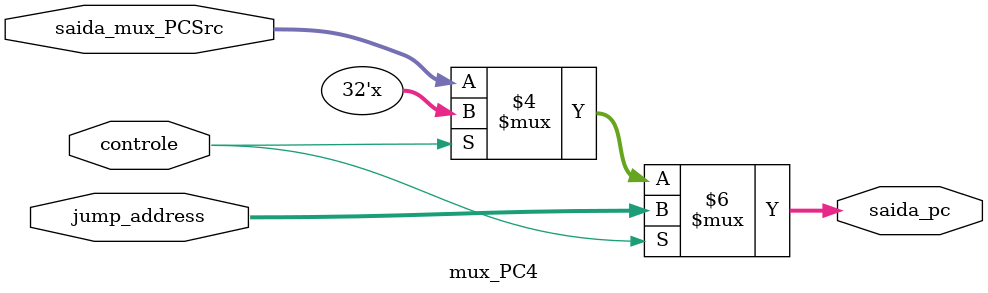
<source format=v>
`timescale 1ns / 1ps
module mux_PC4( 
			jump_address, 
			saida_mux_PCSrc, 
			controle, 
			saida_pc);

	input wire[31:0] jump_address;
	input wire[31:0] saida_mux_PCSrc;
	input wire controle;

	output reg[31:0] saida_pc;

	always @ ( jump_address or saida_mux_PCSrc or controle)
		begin
			if (controle == 1'b0) 
				begin
					saida_pc <= saida_mux_PCSrc;
			end
				
				if (controle == 1'b1)begin
					saida_pc <= jump_address; 
			end
		end

endmodule

</source>
